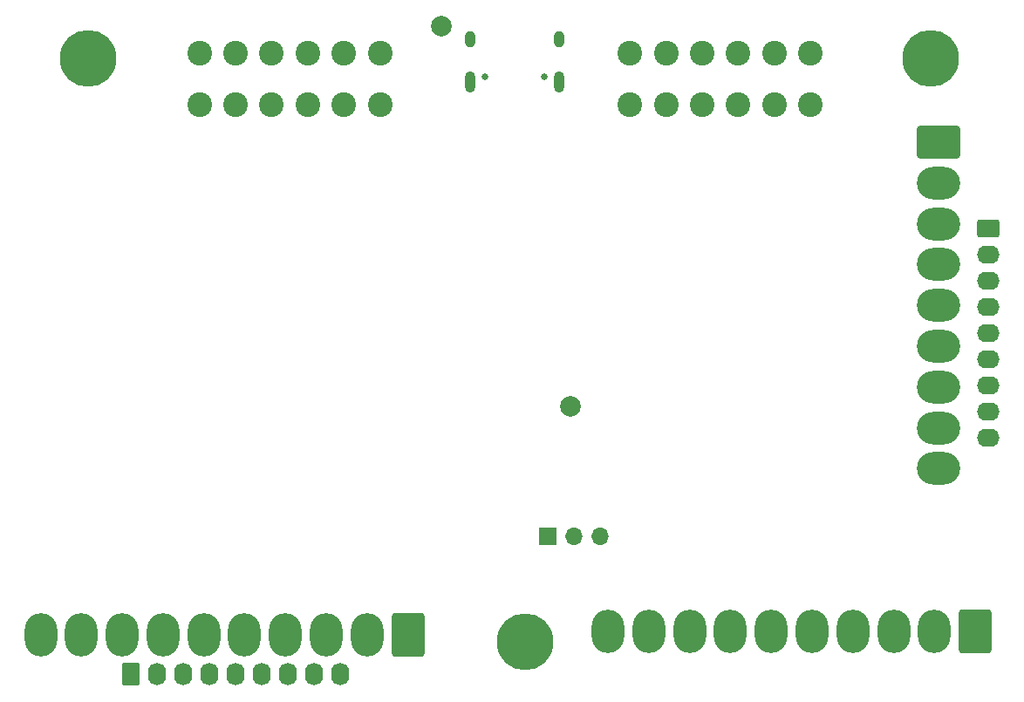
<source format=gbs>
%TF.GenerationSoftware,KiCad,Pcbnew,6.0.11+dfsg-1*%
%TF.CreationDate,2024-03-26T21:26:54+01:00*%
%TF.ProjectId,IO_16x8_matrix,494f5f31-3678-4385-9f6d-61747269782e,0.1.0*%
%TF.SameCoordinates,Original*%
%TF.FileFunction,Soldermask,Bot*%
%TF.FilePolarity,Negative*%
%FSLAX46Y46*%
G04 Gerber Fmt 4.6, Leading zero omitted, Abs format (unit mm)*
G04 Created by KiCad (PCBNEW 6.0.11+dfsg-1) date 2024-03-26 21:26:54*
%MOMM*%
%LPD*%
G01*
G04 APERTURE LIST*
G04 Aperture macros list*
%AMRoundRect*
0 Rectangle with rounded corners*
0 $1 Rounding radius*
0 $2 $3 $4 $5 $6 $7 $8 $9 X,Y pos of 4 corners*
0 Add a 4 corners polygon primitive as box body*
4,1,4,$2,$3,$4,$5,$6,$7,$8,$9,$2,$3,0*
0 Add four circle primitives for the rounded corners*
1,1,$1+$1,$2,$3*
1,1,$1+$1,$4,$5*
1,1,$1+$1,$6,$7*
1,1,$1+$1,$8,$9*
0 Add four rect primitives between the rounded corners*
20,1,$1+$1,$2,$3,$4,$5,0*
20,1,$1+$1,$4,$5,$6,$7,0*
20,1,$1+$1,$6,$7,$8,$9,0*
20,1,$1+$1,$8,$9,$2,$3,0*%
G04 Aperture macros list end*
%ADD10C,2.000000*%
%ADD11C,2.400000*%
%ADD12RoundRect,0.250000X-1.850000X1.330000X-1.850000X-1.330000X1.850000X-1.330000X1.850000X1.330000X0*%
%ADD13O,4.200000X3.160000*%
%ADD14C,5.500000*%
%ADD15C,0.650000*%
%ADD16O,1.000000X2.100000*%
%ADD17O,1.000000X1.600000*%
%ADD18R,1.700000X1.700000*%
%ADD19O,1.700000X1.700000*%
%ADD20RoundRect,0.250000X1.330000X1.850000X-1.330000X1.850000X-1.330000X-1.850000X1.330000X-1.850000X0*%
%ADD21O,3.160000X4.200000*%
%ADD22RoundRect,0.250000X-0.620000X-0.845000X0.620000X-0.845000X0.620000X0.845000X-0.620000X0.845000X0*%
%ADD23O,1.740000X2.190000*%
%ADD24RoundRect,0.250000X-0.845000X0.620000X-0.845000X-0.620000X0.845000X-0.620000X0.845000X0.620000X0*%
%ADD25O,2.190000X1.740000*%
G04 APERTURE END LIST*
D10*
X142500000Y-46674000D03*
D11*
X178292000Y-54280000D03*
X178292000Y-49280000D03*
X174792000Y-49280000D03*
X174792000Y-54280000D03*
X171292000Y-49280000D03*
X171292000Y-54280000D03*
X167792000Y-54280000D03*
X167792000Y-49280000D03*
X164292000Y-54280000D03*
X164292000Y-49280000D03*
X160792000Y-54280000D03*
X160792000Y-49280000D03*
D12*
X190725000Y-57912000D03*
D13*
X190725000Y-61872000D03*
X190725000Y-65832000D03*
X190725000Y-69792000D03*
X190725000Y-73752000D03*
X190725000Y-77712000D03*
X190725000Y-81672000D03*
X190725000Y-85632000D03*
X190725000Y-89592000D03*
D14*
X150622000Y-106426000D03*
D15*
X152502000Y-51565000D03*
X146722000Y-51565000D03*
D16*
X145292000Y-52065000D03*
X153932000Y-52065000D03*
D17*
X145292000Y-47885000D03*
X153932000Y-47885000D03*
D18*
X152816100Y-96189800D03*
D19*
X155356100Y-96189800D03*
X157896100Y-96189800D03*
D14*
X108204000Y-49784000D03*
D11*
X136518000Y-54280000D03*
X136518000Y-49280000D03*
X133018000Y-54280000D03*
X133018000Y-49280000D03*
X129518000Y-54280000D03*
X129518000Y-49280000D03*
X126018000Y-54280000D03*
X126018000Y-49280000D03*
X122518000Y-49280000D03*
X122518000Y-54280000D03*
X119018000Y-49280000D03*
X119018000Y-54280000D03*
D20*
X194310000Y-105410000D03*
D21*
X190350000Y-105410000D03*
X186390000Y-105410000D03*
X182430000Y-105410000D03*
X178470000Y-105410000D03*
X174510000Y-105410000D03*
X170550000Y-105410000D03*
X166590000Y-105410000D03*
X162630000Y-105410000D03*
X158670000Y-105410000D03*
D22*
X112336800Y-109535000D03*
D23*
X114876800Y-109535000D03*
X117416800Y-109535000D03*
X119956800Y-109535000D03*
X122496800Y-109535000D03*
X125036800Y-109535000D03*
X127576800Y-109535000D03*
X130116800Y-109535000D03*
X132656800Y-109535000D03*
D14*
X189992000Y-49784000D03*
D24*
X195560000Y-66294000D03*
D25*
X195560000Y-68834000D03*
X195560000Y-71374000D03*
X195560000Y-73914000D03*
X195560000Y-76454000D03*
X195560000Y-78994000D03*
X195560000Y-81534000D03*
X195560000Y-84074000D03*
X195560000Y-86614000D03*
D20*
X139232000Y-105693000D03*
D21*
X135272000Y-105693000D03*
X131312000Y-105693000D03*
X127352000Y-105693000D03*
X123392000Y-105693000D03*
X119432000Y-105693000D03*
X115472000Y-105693000D03*
X111512000Y-105693000D03*
X107552000Y-105693000D03*
X103592000Y-105693000D03*
D10*
X155031900Y-83580200D03*
M02*

</source>
